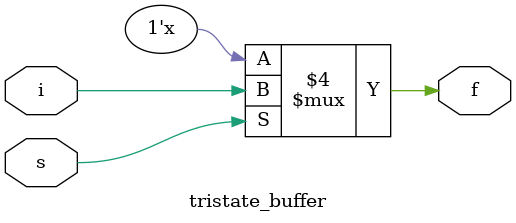
<source format=v>
module tristate_buffer (
    input i,
    s,
    output reg f
);

  always @(*) begin
    if (s == 1) f = i;
    else f = 1'bz;
  end

endmodule


</source>
